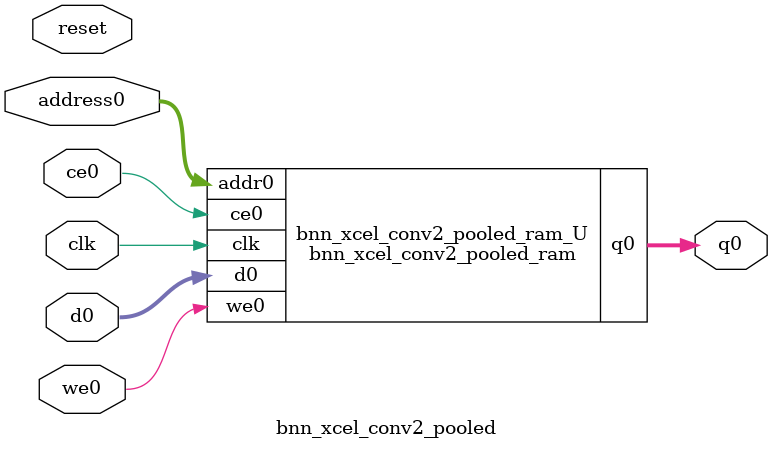
<source format=v>
`timescale 1 ns / 1 ps
module bnn_xcel_conv2_pooled_ram (addr0, ce0, d0, we0, q0,  clk);

parameter DWIDTH = 32;
parameter AWIDTH = 4;
parameter MEM_SIZE = 16;

input[AWIDTH-1:0] addr0;
input ce0;
input[DWIDTH-1:0] d0;
input we0;
output reg[DWIDTH-1:0] q0;
input clk;

(* ram_style = "distributed" *)reg [DWIDTH-1:0] ram[0:MEM_SIZE-1];




always @(posedge clk)  
begin 
    if (ce0) begin
        if (we0) 
            ram[addr0] <= d0; 
        q0 <= ram[addr0];
    end
end


endmodule

`timescale 1 ns / 1 ps
module bnn_xcel_conv2_pooled(
    reset,
    clk,
    address0,
    ce0,
    we0,
    d0,
    q0);

parameter DataWidth = 32'd32;
parameter AddressRange = 32'd16;
parameter AddressWidth = 32'd4;
input reset;
input clk;
input[AddressWidth - 1:0] address0;
input ce0;
input we0;
input[DataWidth - 1:0] d0;
output[DataWidth - 1:0] q0;



bnn_xcel_conv2_pooled_ram bnn_xcel_conv2_pooled_ram_U(
    .clk( clk ),
    .addr0( address0 ),
    .ce0( ce0 ),
    .we0( we0 ),
    .d0( d0 ),
    .q0( q0 ));

endmodule


</source>
